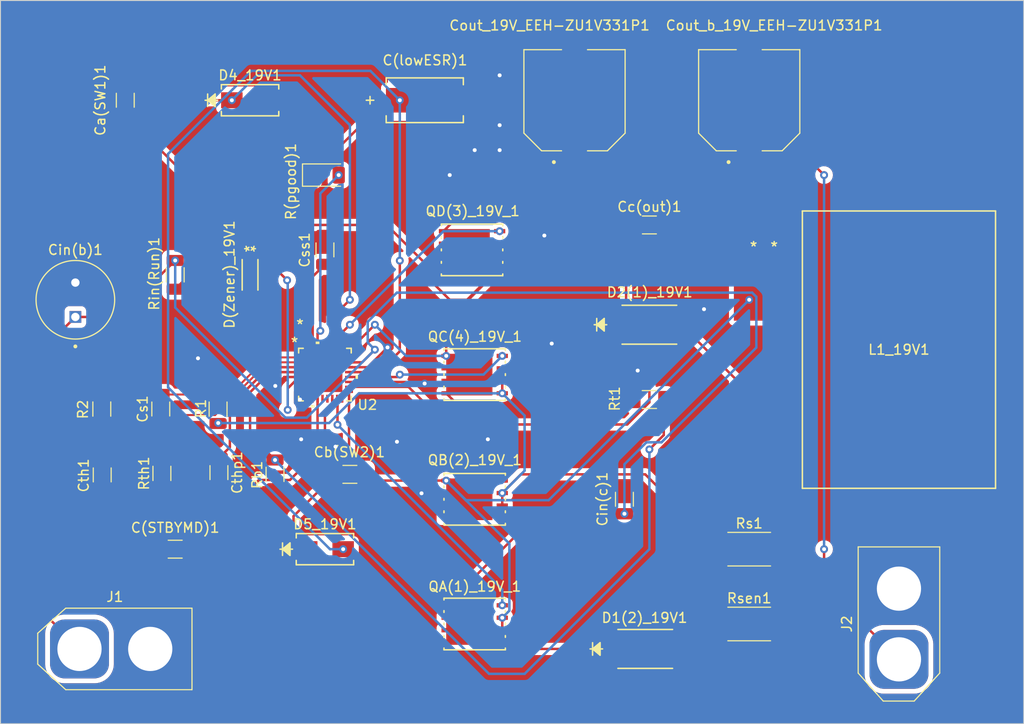
<source format=kicad_pcb>
(kicad_pcb (version 20221018) (generator pcbnew)
  (layers (0 "F.Cu" signal) (31 "B.Cu" signal) (34 "B.Paste" user) (35 "F.Paste" user) (36 "B.SilkS" user "B.Silkscreen") (37 "F.SilkS" user "F.Silkscreen") (38 "B.Mask" user) (39 "F.Mask" user) (44 "Edge.Cuts" user))
  (net 0 "")
  (net 1 "/INTVCC")
  (net 2 "GND")
  (net 3 "/STBYMD")
  (net 4 "/BOOST1")
  (net 5 "/SW1")
  (net 6 "/BOOST2")
  (net 7 "/Vout")
  (net 8 "/Vin")
  (net 9 "/SENSE-")
  (net 10 "/SENSE+")
  (net 11 "/SS")
  (net 12 "Net-(Cth1-Pad1)")
  (net 13 "/ITH")
  (net 14 "/Run")
  (net 15 "/Rsense")
  (net 16 "/TG2")
  (net 17 "/BG2")
  (net 18 "/BG1")
  (net 19 "/TG1")
  (net 20 "/PGOOD")
  (net 21 "/VOSENSE")
  (net 32 "/SW2")
  (footprint "Mechatronic Footprints:CR_SMA_320-340AE_DIO" (layer "F.Cu") (at 114.3 45.72)
    (fp_text reference "D4_19V1" (at 0 -2.54 unlocked) (layer "F.SilkS"))
    (fp_text value "D_Schottky_B340AE-13")
    (pad "1" smd rect (at -1.8542 0 90) (size 1.6256 2.1844) (layers "F.Cu" "F.Paste" "F.Mask") (net 4 "/BOOST1"))
    (pad "2" smd rect (at 1.8542 0 90) (size 1.6256 2.1844) (layers "F.Cu" "F.Paste" "F.Mask") (net 1 "/INTVCC"))
    (zone (net 0) (net_name "") (layer "F.Cu") (connect_pads (clearance 0)) (min_thickness 0.254)
      (keepout (tracks not_allowed) (vias not_allowed) (pads allowed) (copperpour not_allowed) (footprints allowed))
      (fill (thermal_gap 0.508) (thermal_bridge_width 0.508))
      (polygon (pts (xy 111.5568 44.3103) (xy 117.0432 44.3103) (xy 117.0432 44.8564) (xy 111.5568 44.8564)))
    )
    (zone (net 0) (net_name "") (layer "F.Cu") (connect_pads (clearance 0)) (min_thickness 0.254)
      (keepout (tracks not_allowed) (vias not_allowed) (pads allowed) (copperpour not_allowed) (footprints allowed))
      (fill (thermal_gap 0.508) (thermal_bridge_width 0.508))
      (polygon (pts (xy 111.5568 46.5836) (xy 117.0432 46.5836) (xy 117.0432 47.1297) (xy 111.5568 47.1297)))
    )
    (zone (net 0) (net_name "") (layer "F.Cu") (connect_pads (clearance 0)) (min_thickness 0.254)
      (keepout (tracks not_allowed) (vias not_allowed) (pads allowed) (copperpour not_allowed) (footprints allowed))
      (fill (thermal_gap 0.508) (thermal_bridge_width 0.508))
      (polygon (pts (xy 113.5888 44.8564) (xy 115.0112 44.8564) (xy 115.0112 46.5836) (xy 113.5888 46.5836)))
    )
  )
  (footprint "Resistor_SMD:R_1206_3216Metric" (layer "F.Cu") (at 116.84 83.82 -90)
    (fp_text reference "Rb1" (at 0.055012 1.813838 90) (layer "F.SilkS"))
    (fp_text value "4.3K")
    (pad "1" smd roundrect (at -1.4625 0 270) (size 1.125 1.75) (layers "F.Cu" "F.Paste" "F.Mask") (roundrect_rratio 0.2222222222) (net 21 "/VOSENSE"))
    (pad "2" smd roundrect (at 1.4625 0 270) (size 1.125 1.75) (layers "F.Cu" "F.Paste" "F.Mask") (roundrect_rratio 0.2222222222) (net 2 "GND"))
  )
  (footprint "CAP EEHZU1V331P:CAP_EEHZU1V331P" (layer "F.Cu") (at 147.32 45.72 90)
    (fp_text reference "Cout_19V_EEH-ZU1V331P1" (at 7.62 -2.54 180) (layer "F.SilkS"))
    (fp_text value "330u")
    (pad "1" smd rect (at -4.35 0 90) (size 4.1 2) (layers "F.Cu" "F.Paste" "F.Mask") (net 7 "/Vout"))
    (pad "2" smd rect (at 4.35 0 90) (size 4.1 2) (layers "F.Cu" "F.Paste" "F.Mask") (net 2 "GND"))
  )
  (footprint "LED_SMD:LED_1206_3216Metric" (layer "F.Cu") (at 121.92 53.34)
    (fp_text reference "R(pgood)1" (at -3.458553 0.656811 90) (layer "F.SilkS"))
    (fp_text value "100k")
    (pad "1" smd roundrect (at -1.4 0) (size 1.25 1.75) (layers "F.Cu" "F.Paste" "F.Mask") (roundrect_rratio 0.2) (net 1 "/INTVCC"))
    (pad "2" smd roundrect (at 1.4 0) (size 1.25 1.75) (layers "F.Cu" "F.Paste" "F.Mask") (roundrect_rratio 0.2) (net 20 "/PGOOD"))
  )
  (footprint "Capacitor_SMD:C_1206_3216Metric" (layer "F.Cu") (at 99.253339 83.87658 90)
    (fp_text reference "Cth1" (at -0.055358 -1.886335 90) (layer "F.SilkS"))
    (fp_text value "10000p")
    (pad "1" smd roundrect (at -1.475 0 90) (size 1.15 1.8) (layers "F.Cu" "F.Paste" "F.Mask") (roundrect_rratio 0.2173913043) (net 12 "Net-(Cth1-Pad1)"))
    (pad "2" smd roundrect (at 1.475 0 90) (size 1.15 1.8) (layers "F.Cu" "F.Paste" "F.Mask") (roundrect_rratio 0.2173913043) (net 2 "GND"))
  )
  (footprint "Resistor_SMD:R_1206_3216Metric" (layer "F.Cu") (at 105.326697 83.722546 90)
    (fp_text reference "Rth1" (at 0 -1.82 90) (layer "F.SilkS"))
    (fp_text value "124K")
    (pad "1" smd roundrect (at -1.4625 0 90) (size 1.125 1.75) (layers "F.Cu" "F.Paste" "F.Mask") (roundrect_rratio 0.2222222222) (net 12 "Net-(Cth1-Pad1)"))
    (pad "2" smd roundrect (at 1.4625 0 90) (size 1.125 1.75) (layers "F.Cu" "F.Paste" "F.Mask") (roundrect_rratio 0.2222222222) (net 13 "/ITH"))
  )
  (footprint "Mechatronic Footprints:CR_SMA_320-340AE_DIO" (layer "F.Cu") (at 121.92 91.44)
    (fp_text reference "D5_19V1" (at 0 -2.54 unlocked) (layer "F.SilkS"))
    (fp_text value "D_Schottky_B340AE-13")
    (pad "1" smd rect (at -1.8542 0 90) (size 1.6256 2.1844) (layers "F.Cu" "F.Paste" "F.Mask") (net 6 "/BOOST2"))
    (pad "2" smd rect (at 1.8542 0 90) (size 1.6256 2.1844) (layers "F.Cu" "F.Paste" "F.Mask") (net 1 "/INTVCC"))
    (zone (net 0) (net_name "") (layer "F.Cu") (connect_pads (clearance 0)) (min_thickness 0.254)
      (keepout (tracks not_allowed) (vias not_allowed) (pads allowed) (copperpour not_allowed) (footprints allowed))
      (fill (thermal_gap 0.508) (thermal_bridge_width 0.508))
      (polygon (pts (xy 119.1768 90.0303) (xy 124.6632 90.0303) (xy 124.6632 90.5764) (xy 119.1768 90.5764)))
    )
    (zone (net 0) (net_name "") (layer "F.Cu") (connect_pads (clearance 0)) (min_thickness 0.254)
      (keepout (tracks not_allowed) (vias not_allowed) (pads allowed) (copperpour not_allowed) (footprints allowed))
      (fill (thermal_gap 0.508) (thermal_bridge_width 0.508))
      (polygon (pts (xy 119.1768 92.3036) (xy 124.6632 92.3036) (xy 124.6632 92.8497) (xy 119.1768 92.8497)))
    )
    (zone (net 0) (net_name "") (layer "F.Cu") (connect_pads (clearance 0)) (min_thickness 0.254)
      (keepout (tracks not_allowed) (vias not_allowed) (pads allowed) (copperpour not_allowed) (footprints allowed))
      (fill (thermal_gap 0.508) (thermal_bridge_width 0.508))
      (polygon (pts (xy 121.2088 90.5764) (xy 122.6312 90.5764) (xy 122.6312 92.3036) (xy 121.2088 92.3036)))
    )
  )
  (footprint "Mechatronic Footprints:IND_410680_WRE" (layer "F.Cu") (at 180.34 71.12)
    (fp_text reference "L1_19V1" (at 0 0 unlocked) (layer "F.SilkS"))
    (fp_text value "6.8u Wurth 74436410680")
    (fp_text user "*" (at -12.7 -10.4598 unlocked) (layer "F.SilkS"))
    (fp_text user "*" (at -14.7955 -10.4598) (layer "F.SilkS"))
    (pad "1" smd rect (at -14.5415 -5.074999) (size 4.5212 4.2418) (layers "F.Cu" "F.Paste" "F.Mask") (net 32 "/SW2"))
    (pad "2" smd rect (at -14.5415 5.074999) (size 4.5212 4.2418) (layers "F.Cu" "F.Paste" "F.Mask") (net 5 "/SW1"))
  )
  (footprint "Resistor_SMD:R_1206_3216Metric" (layer "F.Cu") (at 111.04484 77.179218 90)
    (fp_text reference "R1" (at 0.05658 -1.742322 90) (layer "F.SilkS"))
    (fp_text value "100")
    (pad "1" smd roundrect (at -1.4625 0 90) (size 1.125 1.75) (layers "F.Cu" "F.Paste" "F.Mask") (roundrect_rratio 0.2222222222) (net 15 "/Rsense"))
    (pad "2" smd roundrect (at 1.4625 0 90) (size 1.125 1.75) (layers "F.Cu" "F.Paste" "F.Mask") (roundrect_rratio 0.2222222222) (net 10 "/SENSE+"))
  )
  (footprint "Mechatronic Footprints:PG-TDSON-8_INF_modified_ken" (layer "F.Cu") (at 137.16 73.66 180)
    (fp_text reference "QC(4)_19V_1" (at -0.019675 3.860355 unlocked) (layer "F.SilkS"))
    (fp_text value "BSC009NE2LS5IATMA1")
    (pad "1" smd rect (at -2.8067 -1.905 180) (size 1.143 0.4318) (layers "F.Cu" "F.Paste" "F.Mask") (net 15 "/Rsense"))
    (pad "2" smd rect (at -2.8067 -0.635 180) (size 1.143 0.4318) (layers "F.Cu" "F.Paste" "F.Mask") (net 15 "/Rsense"))
    (pad "3" smd rect (at -2.8067 0.635 180) (size 1.143 0.4318) (layers "F.Cu" "F.Paste" "F.Mask") (net 15 "/Rsense"))
    (pad "4" smd rect (at -2.8067 1.905 180) (size 1.143 0.4318) (layers "F.Cu" "F.Paste" "F.Mask") (net 18 "/BG1"))
    (pad "5" smd rect (at 2.8956 1.905 180) (size 0.9652 0.4318) (layers "F.Cu" "F.Paste" "F.Mask") (net 5 "/SW1"))
    (pad "6" smd rect (at 2.8956 0.635 180) (size 0.9652 0.4318) (layers "F.Cu" "F.Paste" "F.Mask") (net 5 "/SW1"))
    (pad "7" smd rect (at 2.8956 -0.635 180) (size 0.9652 0.4318) (layers "F.Cu" "F.Paste" "F.Mask") (net 5 "/SW1"))
    (pad "8" smd rect (at 0.5453 0 180) (size 4.7006 4.2418) (layers "F.Cu" "F.Paste" "F.Mask") (net 5 "/SW1"))
    (pad "8" smd rect (at 2.8956 -1.905 180) (size 0.9652 0.4318) (layers "F.Cu" "F.Paste" "F.Mask") (net 5 "/SW1"))
  )
  (footprint "Capacitor_SMD:C_1206_3216Metric" (layer "F.Cu") (at 101.6 45.72 -90)
    (fp_text reference "Ca(SW1)1" (at 0 2.54 90) (layer "F.SilkS"))
    (fp_text value "0.22u")
    (pad "1" smd roundrect (at -1.475 0 270) (size 1.15 1.8) (layers "F.Cu" "F.Paste" "F.Mask") (roundrect_rratio 0.2173913043) (net 4 "/BOOST1"))
    (pad "2" smd roundrect (at 1.475 0 270) (size 1.15 1.8) (layers "F.Cu" "F.Paste" "F.Mask") (roundrect_rratio 0.2173913043) (net 5 "/SW1"))
  )
  (footprint "Mechatronic Footprints:PG-TDSON-8_INF_modified_ken" (layer "F.Cu") (at 137.16 99.06 180)
    (fp_text reference "QA(1)_19V_1" (at -0.007334 3.808951 unlocked) (layer "F.SilkS"))
    (fp_text value "BSC009NE2LS5IATMA1")
    (pad "1" smd rect (at -2.8067 -1.905 180) (size 1.143 0.4318) (layers "F.Cu" "F.Paste" "F.Mask") (net 32 "/SW2"))
    (pad "2" smd rect (at -2.8067 -0.635 180) (size 1.143 0.4318) (layers "F.Cu" "F.Paste" "F.Mask") (net 32 "/SW2"))
    (pad "3" smd rect (at -2.8067 0.635 180) (size 1.143 0.4318) (layers "F.Cu" "F.Paste" "F.Mask") (net 32 "/SW2"))
    (pad "4" smd rect (at -2.8067 1.905 180) (size 1.143 0.4318) (layers "F.Cu" "F.Paste" "F.Mask") (net 16 "/TG2"))
    (pad "5" smd rect (at 2.8956 1.905 180) (size 0.9652 0.4318) (layers "F.Cu" "F.Paste" "F.Mask") (net 8 "/Vin"))
    (pad "6" smd rect (at 2.8956 0.635 180) (size 0.9652 0.4318) (layers "F.Cu" "F.Paste" "F.Mask") (net 8 "/Vin"))
    (pad "7" smd rect (at 2.8956 -0.635 180) (size 0.9652 0.4318) (layers "F.Cu" "F.Paste" "F.Mask") (net 8 "/Vin"))
    (pad "8" smd rect (at 0.5453 0 180) (size 4.7006 4.2418) (layers "F.Cu" "F.Paste" "F.Mask") (net 8 "/Vin"))
    (pad "8" smd rect (at 2.8956 -1.905 180) (size 0.9652 0.4318) (layers "F.Cu" "F.Paste" "F.Mask") (net 8 "/Vin"))
  )
  (footprint "Capacitor_SMD:C_1206_3216Metric" (layer "F.Cu") (at 111.131291 83.642392 -90)
    (fp_text reference "Cthp1" (at 0 -1.85 90) (layer "F.SilkS"))
    (fp_text value "47p")
    (pad "1" smd roundrect (at -1.475 0 270) (size 1.15 1.8) (layers "F.Cu" "F.Paste" "F.Mask") (roundrect_rratio 0.2173913043) (net 13 "/ITH"))
    (pad "2" smd roundrect (at 1.475 0 270) (size 1.15 1.8) (layers "F.Cu" "F.Paste" "F.Mask") (roundrect_rratio 0.2173913043) (net 2 "GND"))
  )
  (footprint "footprints:SD2114_AVX" (layer "F.Cu") (at 154.5175 101.6)
    (fp_text reference "D1(2)_19V1" (at -0.072611 -3.170277 unlocked) (layer "F.SilkS"))
    (fp_text value "SD2114S040S8R0")
    (pad "1" smd rect (at -2.36855 0) (size 1.9177 2.9972) (layers "F.Cu" "F.Paste" "F.Mask") (net 32 "/SW2"))
    (pad "2" smd rect (at 2.36855 0) (size 1.9177 2.9972) (layers "F.Cu" "F.Paste" "F.Mask") (net 15 "/Rsense"))
    (zone (net 0) (net_name "") (layer "F.Cu") (connect_pads (clearance 0)) (min_thickness 0.254)
      (keepout (tracks not_allowed) (vias not_allowed) (pads allowed) (copperpour not_allowed) (footprints allowed))
      (fill (thermal_gap 0.508) (thermal_bridge_width 0.508))
      (polygon (pts (xy 153.1586 99.7966) (xy 155.8764 99.7966) (xy 155.8764 103.4034) (xy 153.1586 103.4034)))
    )
  )
  (footprint "Resistor_SMD:R_2512_6332Metric" (layer "F.Cu") (at 165.1 99.06)
    (fp_text reference "Rsen1" (at 0 -2.62) (layer "F.SilkS"))
    (fp_text value "6m")
    (pad "1" smd roundrect (at -2.9625 0) (size 1.225 3.35) (layers "F.Cu" "F.Paste" "F.Mask") (roundrect_rratio 0.2040816327) (net 15 "/Rsense"))
    (pad "2" smd roundrect (at 2.9625 0) (size 1.225 3.35) (layers "F.Cu" "F.Paste" "F.Mask") (roundrect_rratio 0.2040816327) (net 2 "GND"))
  )
  (footprint "Resistor_SMD:R_1206_3216Metric" (layer "F.Cu") (at 106.68 63.5 -90)
    (fp_text reference "Rin(Run)1" (at -0.112015 2.132675 90) (layer "F.SilkS"))
    (fp_text value "51K")
    (pad "1" smd roundrect (at -1.4625 0 270) (size 1.125 1.75) (layers "F.Cu" "F.Paste" "F.Mask") (roundrect_rratio 0.2222222222) (net 8 "/Vin"))
    (pad "2" smd roundrect (at 1.4625 0 270) (size 1.125 1.75) (layers "F.Cu" "F.Paste" "F.Mask") (roundrect_rratio 0.2222222222) (net 14 "/Run"))
  )
  (footprint "Resistor_SMD:R_2512_6332Metric" (layer "F.Cu") (at 165.1 91.44)
    (fp_text reference "Rs1" (at 0 -2.62) (layer "F.SilkS"))
    (fp_text value "6m")
    (pad "1" smd roundrect (at -2.9625 0) (size 1.225 3.35) (layers "F.Cu" "F.Paste" "F.Mask") (roundrect_rratio 0.2040816327) (net 15 "/Rsense"))
    (pad "2" smd roundrect (at 2.9625 0) (size 1.225 3.35) (layers "F.Cu" "F.Paste" "F.Mask") (roundrect_rratio 0.2040816327) (net 2 "GND"))
  )
  (footprint "CAPMP7.6X4.3_3.1N_KEM:CAPMP7.6X4.3_3.1N_KEM" (layer "F.Cu") (at 132.08 45.72)
    (fp_text reference "C(lowESR)1" (at 0.02147 -4.066577 unlocked) (layer "F.SilkS"))
    (fp_text value "4.7u")
    (pad "1" smd rect (at -2.672194 0 90) (size 2.499995 2.560396) (layers "F.Cu" "F.Paste" "F.Mask") (net 1 "/INTVCC"))
    (pad "2" smd rect (at 2.672194 0 90) (size 2.499995 2.560396) (layers "F.Cu" "F.Paste" "F.Mask") (net 2 "GND"))
    (zone (net 0) (net_name "") (layer "F.Cu") (connect_pads (clearance 0)) (min_thickness 0.254)
      (keepout (tracks not_allowed) (vias not_allowed) (pads allowed) (copperpour not_allowed) (footprints allowed))
      (fill (thermal_gap 0.508) (thermal_bridge_width 0.508))
      (polygon (pts (xy 128.330808 43.620804) (xy 135.829192 43.620804) (xy 135.829192 44.419202) (xy 128.330808 44.419202)))
    )
    (zone (net 0) (net_name "") (layer "F.Cu") (connect_pads (clearance 0)) (min_thickness 0.254)
      (keepout (tracks not_allowed) (vias not_allowed) (pads allowed) (copperpour not_allowed) (footprints allowed))
      (fill (thermal_gap 0.508) (thermal_bridge_width 0.508))
      (polygon (pts (xy 128.330808 47.020798) (xy 135.829192 47.020798) (xy 135.829192 47.819196) (xy 128.330808 47.819196)))
    )
    (zone (net 0) (net_name "") (layer "F.Cu") (connect_pads (clearance 0)) (min_thickness 0.254)
      (keepout (tracks not_allowed) (vias not_allowed) (pads allowed) (copperpour not_allowed) (footprints allowed))
      (fill (thermal_gap 0.508) (thermal_bridge_width 0.508))
      (polygon (pts (xy 130.438804 44.419202) (xy 133.721196 44.419202) (xy 133.721196 47.020798) (xy 130.438804 47.020798)))
    )
  )
  (footprint "footprints:SD2114_AVX" (layer "F.Cu") (at 154.94 68.58)
    (fp_text reference "D2(1)_19V1" (at 0.034165 -3.302307 unlocked) (layer "F.SilkS"))
    (fp_text value "SD2114S040S8R0")
    (pad "1" smd rect (at -2.36855 0) (size 1.9177 2.9972) (layers "F.Cu" "F.Paste" "F.Mask") (net 7 "/Vout"))
    (pad "2" smd rect (at 2.36855 0) (size 1.9177 2.9972) (layers "F.Cu" "F.Paste" "F.Mask") (net 5 "/SW1"))
    (zone (net 0) (net_name "") (layer "F.Cu") (connect_pads (clearance 0)) (min_thickness 0.254)
      (keepout (tracks not_allowed) (vias not_allowed) (pads allowed) (copperpour not_allowed) (footprints allowed))
      (fill (thermal_gap 0.508) (thermal_bridge_width 0.508))
      (polygon (pts (xy 153.5811 66.7766) (xy 156.2989 66.7766) (xy 156.2989 70.3834) (xy 153.5811 70.3834)))
    )
  )
  (footprint "Mechatronic Footprints:QFN-32_UH_LIT" (layer "F.Cu") (at 121.92 73.66)
    (fp_text reference "U2" (at 4.322737 3.074614 unlocked) (layer "F.SilkS"))
    (fp_text value "LTC3780EUH-TRPBF")
    (fp_text user "*" (at -3.096678 -3.252819) (layer "F.SilkS"))
    (fp_text user "*" (at -2.54 -5.08 unlocked) (layer "F.SilkS"))
    (pad "1" smd rect (at -2.4524 -1.749999 90) (size 0.2492 0.8048) (layers "F.Cu" "F.Paste" "F.Mask") (net 10 "/SENSE+"))
    (pad "2" smd rect (at -2.4524 -1.25 90) (size 0.2492 0.8048) (layers "F.Cu" "F.Paste" "F.Mask") (net 9 "/SENSE-"))
    (pad "3" smd rect (at -2.4524 -0.750001 90) (size 0.2492 0.8048) (layers "F.Cu" "F.Paste" "F.Mask") (net 13 "/ITH"))
    (pad "4" smd rect (at -2.4524 -0.25 90) (size 0.2492 0.8048) (layers "F.Cu" "F.Paste" "F.Mask") (net 21 "/VOSENSE"))
    (pad "5" smd rect (at -2.4524 0.25 90) (size 0.2492 0.8048) (layers "F.Cu" "F.Paste" "F.Mask") (net 2 "GND"))
    (pad "6" smd rect (at -2.4524 0.750001 90) (size 0.2492 0.8048) (layers "F.Cu" "F.Paste" "F.Mask") (net 14 "/Run"))
    (pad "7" smd rect (at -2.4524 1.25 90) (size 0.2492 0.8048) (layers "F.Cu" "F.Paste" "F.Mask") (net 2 "GND"))
    (pad "8" smd rect (at -2.4524 1.749999 90) (size 0.2492 0.8048) (layers "F.Cu" "F.Paste" "F.Mask") (net 2 "GND"))
    (pad "9" smd rect (at -1.749999 2.4524) (size 0.2492 0.8048) (layers "F.Cu" "F.Paste" "F.Mask"))
    (pad "10" smd rect (at -1.25 2.4524) (size 0.2492 0.8048) (layers "F.Cu" "F.Paste" "F.Mask"))
    (pad "11" smd rect (at -0.750001 2.4524) (size 0.2492 0.8048) (layers "F.Cu" "F.Paste" "F.Mask") (net 3 "/STBYMD"))
    (pad "12" smd rect (at -0.25 2.4524) (size 0.2492 0.8048) (layers "F.Cu" "F.Paste" "F.Mask"))
    (pad "13" smd rect (at 0.25 2.4524) (size 0.2492 0.8048) (layers "F.Cu" "F.Paste" "F.Mask"))
    (pad "14" smd rect (at 0.750001 2.4524) (size 0.2492 0.8048) (layers "F.Cu" "F.Paste" "F.Mask") (net 6 "/BOOST2"))
    (pad "15" smd rect (at 1.25 2.4524) (size 0.2492 0.8048) (layers "F.Cu" "F.Paste" "F.Mask") (net 16 "/TG2"))
    (pad "16" smd rect (at 1.749999 2.4524) (size 0.2492 0.8048) (layers "F.Cu" "F.Paste" "F.Mask"))
    (pad "17" smd rect (at 2.4524 1.749999 90) (size 0.2492 0.8048) (layers "F.Cu" "F.Paste" "F.Mask") (net 32 "/SW2"))
    (pad "18" smd rect (at 2.4524 1.25 90) (size 0.2492 0.8048) (layers "F.Cu" "F.Paste" "F.Mask") (net 17 "/BG2"))
    (pad "19" smd rect (at 2.4524 0.750001 90) (size 0.2492 0.8048) (layers "F.Cu" "F.Paste" "F.Mask") (net 2 "GND"))
    (pad "20" smd rect (at 2.4524 0.25 90) (size 0.2492 0.8048) (layers "F.Cu" "F.Paste" "F.Mask") (net 18 "/BG1"))
    (pad "21" smd rect (at 2.4524 -0.25 90) (size 0.2492 0.8048) (layers "F.Cu" "F.Paste" "F.Mask") (net 1 "/INTVCC"))
    (pad "22" smd rect (at 2.4524 -0.750001 90) (size 0.2492 0.8048) (layers "F.Cu" "F.Paste" "F.Mask") (net 2 "GND"))
    (pad "23" smd rect (at 2.4524 -1.25 90) (size 0.2492 0.8048) (layers "F.Cu" "F.Paste" "F.Mask") (net 8 "/Vin"))
    (pad "24" smd rect (at 2.4524 -1.749999 90) (size 0.2492 0.8048) (layers "F.Cu" "F.Paste" "F.Mask") (net 5 "/SW1"))
    (pad "25" smd rect (at 1.749999 -2.4524) (size 0.2492 0.8048) (layers "F.Cu" "F.Paste" "F.Mask"))
    (pad "26" smd rect (at 1.25 -2.4524) (size 0.2492 0.8048) (layers "F.Cu" "F.Paste" "F.Mask") (net 19 "/TG1"))
    (pad "27" smd rect (at 0.750001 -2.4524) (size 0.2492 0.8048) (layers "F.Cu" "F.Paste" "F.Mask") (net 4 "/BOOST1"))
    (pad "28" smd rect (at 0.25 -2.4524) (size 0.2492 0.8048) (layers "F.Cu" "F.Paste" "F.Mask"))
    (pad "29" smd rect (at -0.25 -2.4524) (size 0.2492 0.8048) (layers "F.Cu" "F.Paste" "F.Mask"))
    (pad "30" smd rect (at -0.750001 -2.4524) (size 0.2492 0.8048) (layers "F.Cu" "F.Paste" "F.Mask") (net 20 "/PGOOD"))
    (pad "31" smd rect (at -1.25 -2.4524) (size 0.2492 0.8048) (layers "F.Cu" "F.Paste" "F.Mask") (net 11 "/SS"))
    (pad "32" smd rect (at -1.749999 -2.4524) (size 0.2492 0.8048) (layers "F.Cu" "F.Paste" "F.Mask"))
    (pad "33" smd rect (at 0 0) (size 3.55 3.55) (layers "F.Cu" "F.Mask"))
  )
  (footprint "Mechatronic Footprints:LargeCAPSCAPPRD350W60D800H1200" (layer "F.Cu") (at 96.52 66.04 90)
    (fp_text reference "Cin(b)1" (at 5.08 0 180) (layer "F.SilkS"))
    (fp_text value "270u")
    (pad "1" thru_hole rect (at -1.75 0 90) (size 1.2 1.2) (drill 0.85) (layers "*.Cu" "*.Mask") (net 8 "/Vin"))
    (pad "2" thru_hole circle (at 1.75 0 90) (size 1.2 1.2) (drill 0.85) (layers "*.Cu" "*.Mask") (net 2 "GND"))
  )
  (footprint "Resistor_SMD:R_1206_3216Metric" (layer "F.Cu") (at 154.94 76.2)
    (fp_text reference "Rt1" (at -3.518548 -0.077727 90) (layer "F.SilkS"))
    (fp_text value "100K")
    (pad "1" smd roundrect (at -1.4625 0) (size 1.125 1.75) (layers "F.Cu" "F.Paste" "F.Mask") (roundrect_rratio 0.2222222222) (net 7 "/Vout"))
    (pad "2" smd roundrect (at 1.4625 0) (size 1.125 1.75) (layers "F.Cu" "F.Paste" "F.Mask") (roundrect_rratio 0.2222222222) (net 21 "/VOSENSE"))
  )
  (footprint "CAP EEHZU1V331P:CAP_EEHZU1V331P" (layer "F.Cu") (at 165.1 45.72 90)
    (fp_text reference "Cout_b_19V_EEH-ZU1V331P1" (at 7.62 2.54 180) (layer "F.SilkS"))
    (fp_text value "330u")
    (pad "1" smd rect (at -4.35 0 90) (size 4.1 2) (layers "F.Cu" "F.Paste" "F.Mask") (net 7 "/Vout"))
    (pad "2" smd rect (at 4.35 0 90) (size 4.1 2) (layers "F.Cu" "F.Paste" "F.Mask") (net 2 "GND"))
  )
  (footprint "Mechatronic Footprints:AMASS_XT60-F_1x02_P7.20mm_Vertical" (layer "F.Cu") (at 180.34 102.66 90)
    (fp_text reference "J2" (at 3.6 -5.3 90) (layer "F.SilkS"))
    (fp_text value "Conn_01x02_Socket")
    (pad "1" thru_hole roundrect (at 0 0 90) (size 6 6) (drill 4.5) (layers "*.Cu" "*.Mask") (net 7 "/Vout"))
    (pad "2" thru_hole circle (at 7.2 0 90) (size 6 6) (drill 4.5) (layers "*.Cu" "*.Mask") (net 2 "GND"))
  )
  (footprint "Capacitor_SMD:C_1206_3216Metric" (layer "F.Cu") (at 121.92 60.96 -90)
    (fp_text reference "Css1" (at 0.006788 2.064788 90) (layer "F.SilkS"))
    (fp_text value "0.001u")
    (pad "1" smd roundrect (at -1.475 0 270) (size 1.15 1.8) (layers "F.Cu" "F.Paste" "F.Mask") (roundrect_rratio 0.2173913043) (net 2 "GND"))
    (pad "2" smd roundrect (at 1.475 0 270) (size 1.15 1.8) (layers "F.Cu" "F.Paste" "F.Mask") (roundrect_rratio 0.2173913043) (net 11 "/SS"))
  )
  (footprint "Mechatronic Footprints:PG-TDSON-8_INF_modified_ken" (layer "F.Cu") (at 137.16 86.36 180)
    (fp_text reference "QB(2)_19V_1" (at -0.016503 3.992325 unlocked) (layer "F.SilkS"))
    (fp_text value "BSC009NE2LS5IATMA1")
    (pad "1" smd rect (at -2.8067 -1.905 180) (size 1.143 0.4318) (layers "F.Cu" "F.Paste" "F.Mask") (net 15 "/Rsense"))
    (pad "2" smd rect (at -2.8067 -0.635 180) (size 1.143 0.4318) (layers "F.Cu" "F.Paste" "F.Mask") (net 15 "/Rsense"))
    (pad "3" smd rect (at -2.8067 0.635 180) (size 1.143 0.4318) (layers "F.Cu" "F.Paste" "F.Mask") (net 15 "/Rsense"))
    (pad "4" smd rect (at -2.8067 1.905 180) (size 1.143 0.4318) (layers "F.Cu" "F.Paste" "F.Mask") (net 17 "/BG2"))
    (pad "5" smd rect (at 2.8956 1.905 180) (size 0.9652 0.4318) (layers "F.Cu" "F.Paste" "F.Mask") (net 32 "/SW2"))
    (pad "6" smd rect (at 2.8956 0.635 180) (size 0.9652 0.4318) (layers "F.Cu" "F.Paste" "F.Mask") (net 32 "/SW2"))
    (pad "7" smd rect (at 2.8956 -0.635 180) (size 0.9652 0.4318) (layers "F.Cu" "F.Paste" "F.Mask") (net 32 "/SW2"))
    (pad "8" smd rect (at 0.5453 0 180) (size 4.7006 4.2418) (layers "F.Cu" "F.Paste" "F.Mask") (net 32 "/SW2"))
    (pad "8" smd rect (at 2.8956 -1.905 180) (size 0.9652 0.4318) (layers "F.Cu" "F.Paste" "F.Mask") (net 32 "/SW2"))
  )
  (footprint "Capacitor_SMD:C_1206_3216Metric" (layer "F.Cu") (at 105.213005 77.163651 90)
    (fp_text reference "Cs1" (at 0 -1.85 90) (layer "F.SilkS"))
    (fp_text value "100p")
    (pad "1" smd roundrect (at -1.475 0 90) (size 1.15 1.8) (layers "F.Cu" "F.Paste" "F.Mask") (roundrect_rratio 0.2173913043) (net 9 "/SENSE-"))
    (pad "2" smd roundrect (at 1.475 0 90) (size 1.15 1.8) (layers "F.Cu" "F.Paste" "F.Mask") (roundrect_rratio 0.2173913043) (net 10 "/SENSE+"))
  )
  (footprint "Capacitor_SMD:C_1206_3216Metric" (layer "F.Cu") (at 152.4 86.36 90)
    (fp_text reference "Cin(c)1" (at 0.022004 -2.239267 90) (layer "F.SilkS"))
    (fp_text value "10u")
    (pad "1" smd roundrect (at -1.475 0 90) (size 1.15 1.8) (layers "F.Cu" "F.Paste" "F.Mask") (roundrect_rratio 0.2173913043) (net 8 "/Vin"))
    (pad "2" smd roundrect (at 1.475 0 90) (size 1.15 1.8) (layers "F.Cu" "F.Paste" "F.Mask") (roundrect_rratio 0.2173913043) (net 2 "GND"))
  )
  (footprint "Mechatronic Footprints:AMASS_XT60-M_1x02_P7.20mm_Vertical" (layer "F.Cu") (at 96.94 101.6)
    (fp_text reference "J1" (at 3.6 -5.3 180) (layer "F.SilkS"))
    (fp_text value "Conn_01x02_Socket")
    (pad "1" thru_hole roundrect (at 0 0) (size 6 6) (drill 4.5) (layers "*.Cu" "*.Mask") (net 8 "/Vin"))
    (pad "2" thru_hole circle (at 7.2 0) (size 6 6) (drill 4.5) (layers "*.Cu" "*.Mask") (net 2 "GND"))
  )
  (footprint "Resistor_SMD:R_1206_3216Metric" (layer "F.Cu") (at 99.210897 77.168216 90)
    (fp_text reference "R2" (at -0.04401 -1.920701 90) (layer "F.SilkS"))
    (fp_text value "100")
    (pad "1" smd roundrect (at -1.4625 0 90) (size 1.125 1.75) (layers "F.Cu" "F.Paste" "F.Mask") (roundrect_rratio 0.2222222222) (net 9 "/SENSE-"))
    (pad "2" smd roundrect (at 1.4625 0 90) (size 1.125 1.75) (layers "F.Cu" "F.Paste" "F.Mask") (roundrect_rratio 0.2222222222) (net 2 "GND"))
  )
  (footprint "Mechatronic Footprints:PG-TDSON-8_INF_modified_ken" (layer "F.Cu") (at 136.8933 60.96 180)
    (fp_text reference "QD(3)_19V_1" (at -0.064044 3.945272 unlocked) (layer "F.SilkS"))
    (fp_text value "BSC009NE2LS5IATMA1")
    (pad "1" smd rect (at -2.8067 -1.905 180) (size 1.143 0.4318) (layers "F.Cu" "F.Paste" "F.Mask") (net 5 "/SW1"))
    (pad "2" smd rect (at -2.8067 -0.635 180) (size 1.143 0.4318) (layers "F.Cu" "F.Paste" "F.Mask") (net 5 "/SW1"))
    (pad "3" smd rect (at -2.8067 0.635 180) (size 1.143 0.4318) (layers "F.Cu" "F.Paste" "F.Mask") (net 5 "/SW1"))
    (pad "4" smd rect (at -2.8067 1.905 180) (size 1.143 0.4318) (layers "F.Cu" "F.Paste" "F.Mask") (net 19 "/TG1"))
    (pad "5" smd rect (at 2.8956 1.905 180) (size 0.9652 0.4318) (layers "F.Cu" "F.Paste" "F.Mask") (net 7 "/Vout"))
    (pad "6" smd rect (at 2.8956 0.635 180) (size 0.9652 0.4318) (layers "F.Cu" "F.Paste" "F.Mask") (net 7 "/Vout"))
    (pad "7" smd rect (at 2.8956 -0.635 180) (size 0.9652 0.4318) (layers "F.Cu" "F.Paste" "F.Mask") (net 7 "/Vout"))
    (pad "8" smd rect (at 0.5453 0 180) (size 4.7006 4.2418) (layers "F.Cu" "F.Paste" "F.Mask") (net 7 "/Vout"))
    (pad "8" smd rect (at 2.8956 -1.905 180) (size 0.9652 0.4318) (layers "F.Cu" "F.Paste" "F.Mask") (net 7 "/Vout"))
  )
  (footprint "Capacitor_SMD:C_1206_3216Metric" (layer "F.Cu") (at 124.46 83.82 180)
    (fp_text reference "Cb(SW2)1" (at 0.045825 2.256254) (layer "F.SilkS"))
    (fp_text value "0.22u")
    (pad "1" smd roundrect (at -1.475 0 180) (size 1.15 1.8) (layers "F.Cu" "F.Paste" "F.Mask") (roundrect_rratio 0.2173913043) (net 32 "/SW2"))
    (pad "2" smd roundrect (at 1.475 0 180) (size 1.15 1.8) (layers "F.Cu" "F.Paste" "F.Mask") (roundrect_rratio 0.2173913043) (net 6 "/BOOST2"))
  )
  (footprint "Capacitor_SMD:C_1206_3216Metric" (layer "F.Cu") (at 154.94 58.42)
    (fp_text reference "Cc(out)1" (at 0 -1.85) (layer "F.SilkS"))
    (fp_text value "47u")
    (pad "1" smd roundrect (at -1.475 0) (size 1.15 1.8) (layers "F.Cu" "F.Paste" "F.Mask") (roundrect_rratio 0.2173913043) (net 7 "/Vout"))
    (pad "2" smd roundrect (at 1.475 0) (size 1.15 1.8) (layers "F.Cu" "F.Paste" "F.Mask") (roundrect_rratio 0.2173913043) (net 2 "GND"))
  )
  (footprint "Capacitor_SMD:C_1206_3216Metric" (layer "F.Cu") (at 106.68 91.44 180)
    (fp_text reference "C(STBYMD)1" (at 0.001007 2.185979) (layer "F.SilkS"))
    (fp_text value "0.001u")
    (pad "1" smd roundrect (at -1.475 0 180) (size 1.15 1.8) (layers "F.Cu" "F.Paste" "F.Mask") (roundrect_rratio 0.2173913043) (net 3 "/STBYMD"))
    (pad "2" smd roundrect (at 1.475 0 180) (size 1.15 1.8) (layers "F.Cu" "F.Paste" "F.Mask") (roundrect_rratio 0.2173913043) (net 2 "GND"))
  )
  (footprint "Mechatronic Footprints:SOD123_DIO" (layer "F.Cu") (at 114.3 63.5 -90)
    (fp_text reference "D(Zener)_19V1" (at -0.034576 2.092833 90 unlocked) (layer "F.SilkS"))
    (fp_text value "D_Zener_BZT52C4V7-13-F")
    (fp_text user "*" (at -2.6616 0 90) (layer "F.SilkS"))
    (fp_text user "*" (at -2.6616 0 -90 unlocked) (layer "F.SilkS"))
    (pad "1" smd rect (at -1.725 0 270) (size 1.1112 0.6008) (layers "F.Cu" "F.Paste" "F.Mask") (net 14 "/Run"))
    (pad "2" smd rect (at 1.725 0 270) (size 1.1112 0.6008) (layers "F.Cu" "F.Paste" "F.Mask") (net 2 "GND"))
  )
  (gr_line (start 88.9 35.56) (end 88.9 109.22) (stroke (width 0.1)) (layer "Edge.Cuts"))
  (gr_line (start 193.04 35.56) (end 88.9 35.56) (stroke (width 0.1)) (layer "Edge.Cuts"))
  (gr_line (start 193.04 109.22) (end 193.04 35.56) (stroke (width 0.1)) (layer "Edge.Cuts"))
  (gr_line (start 88.9 109.22) (end 193.04 109.22) (stroke (width 0.1)) (layer "Edge.Cuts"))
  (segment (start 120.52 53.34) (end 128.14 45.72) (width 0.25) (layer "F.Cu") (net 1))
  (segment (start 127.4197 73.41) (end 124.3724 73.41) (width 0.25) (layer "F.Cu") (net 1))
  (segment (start 128.14 45.72) (end 129.407806 45.72) (width 0.25) (layer "F.Cu") (net 1))
  (segment (start 120.52 49.8064) (end 120.52 53.34) (width 0.25) (layer "F.Cu") (net 1))
  (segment (start 129.54 62.057085) (end 129.54 71.2897) (width 0.25) (layer "F.Cu") (net 1))
  (segment (start 116.1542 45.72) (end 116.4336 45.72) (width 0.25) (layer "F.Cu") (net 1))
  (segment (start 116.4336 45.72) (end 120.52 49.8064) (width 0.25) (layer "F.Cu") (net 1))
  (segment (start 129.54 71.2897) (end 127.4197 73.41) (width 0.25) (layer "F.Cu") (net 1))
  (via (at 123.7742 91.44) (size 0.8) (drill 0.4) (layers "F.Cu" "B.Cu") (net 1))
  (via (at 129.54 45.72) (size 0.8) (drill 0.4) (layers "F.Cu" "B.Cu") (net 1))
  (via (at 129.54 62.057085) (size 0.8) (drill 0.4) (layers "F.Cu" "B.Cu") (net 1))
  (segment (start 123.7742 91.44) (end 122.432 91.44) (width 0.25) (layer "B.Cu") (net 1))
  (segment (start 105.955 74.963) (end 105.955 51.185495) (width 0.25) (layer "B.Cu") (net 1))
  (segment (start 114.410495 42.73) (end 126.55 42.73) (width 0.25) (layer "B.Cu") (net 1))
  (segment (start 105.955 51.185495) (end 114.410495 42.73) (width 0.25) (layer "B.Cu") (net 1))
  (segment (start 126.55 42.73) (end 129.54 45.72) (width 0.25) (layer "B.Cu") (net 1))
  (segment (start 129.54 62.057085) (end 129.54 45.72) (width 0.25) (layer "B.Cu") (net 1))
  (segment (start 122.432 91.44) (end 105.955 74.963) (width 0.25) (layer "B.Cu") (net 1))
  (segment (start 119.4676 75.409999) (end 119.4676 76.1124) (width 0.25) (layer "F.Cu") (net 2))
  (segment (start 128.28798 70.892579) (end 126.27056 72.909999) (width 0.25) (layer "F.Cu") (net 2))
  (segment (start 126.27056 72.909999) (end 124.3724 72.909999) (width 0.25) (layer "F.Cu") (net 2))
  (segment (start 137.16 45.72) (end 139.7 43.18) (width 0.25) (layer "F.Cu") (net 2))
  (segment (start 131.906731 74.410001) (end 132.066422 74.569692) (width 0.25) (layer "F.Cu") (net 2))
  (segment (start 119.4676 73.91) (end 117.771242 73.91) (width 0.25) (layer "F.Cu") (net 2))
  (segment (start 119.4676 74.91) (end 119.4676 75.409999) (width 0.25) (layer "F.Cu") (net 2))
  (segment (start 119.4676 76.1124) (end 119.38 76.2) (width 0.25) (layer "F.Cu") (net 2))
  (segment (start 134.752194 45.72) (end 137.16 45.72) (width 0.25) (layer "F.Cu") (net 2))
  (segment (start 117.771242 73.91) (end 116.867155 74.814087) (width 0.25) (layer "F.Cu") (net 2))
  (segment (start 124.3724 74.410001) (end 131.906731 74.410001) (width 0.25) (layer "F.Cu") (net 2))
  (via (at 119.5 80.25) (size 0.8) (drill 0.4) (layers "F.Cu" "B.Cu") (net 2))
  (via (at 116.867155 74.814087) (size 0.8) (drill 0.4) (layers "F.Cu" "B.Cu") (net 2))
  (via (at 137.16 50.8) (size 0.8) (drill 0.4) (layers "F.Cu" "B.Cu") (net 2))
  (via (at 119.38 76.2) (size 0.8) (drill 0.4) (layers "F.Cu" "B.Cu") (net 2))
  (via (at 145 70.5) (size 0.8) (drill 0.4) (layers "F.Cu" "B.Cu") (net 2))
  (via (at 138.5 80.25) (size 0.8) (drill 0.4) (layers "F.Cu" "B.Cu") (net 2))
  (via (at 128.28798 70.892579) (size 0.8) (drill 0.4) (layers "F.Cu" "B.Cu") (net 2))
  (via (at 139.7 43.18) (size 0.8) (drill 0.4) (layers "F.Cu" "B.Cu") (net 2))
  (via (at 153.75 73.25) (size 0.8) (drill 0.4) (layers "F.Cu" "B.Cu") (net 2))
  (via (at 139.7 50.8) (size 0.8) (drill 0.4) (layers "F.Cu" "B.Cu") (net 2))
  (via (at 160.5 67) (size 0.8) (drill 0.4) (layers "F.Cu" "B.Cu") (net 2))
  (via (at 132.066422 74.569692) (size 0.8) (drill 0.4) (layers "F.Cu" "B.Cu") (net 2))
  (via (at 123 81) (size 0.8) (drill 0.4) (layers "F.Cu" "B.Cu") (net 2))
  (via (at 134.62 53.34) (size 0.8) (drill 0.4) (layers "F.Cu" "B.Cu") (net 2))
  (via (at 131.75 85.75) (size 0.8) (drill 0.4) (layers "F.Cu" "B.Cu") (net 2))
  (via (at 109 72) (size 0.8) (drill 0.4) (layers "F.Cu" "B.Cu") (net 2))
  (via (at 144.25 59.5) (size 0.8) (drill 0.4) (layers "F.Cu" "B.Cu") (net 2))
  (via (at 129.25 80.5) (size 0.8) (drill 0.4) (layers "F.Cu" "B.Cu") (net 2))
  (via (at 139.7 48.26) (size 0.8) (drill 0.4) (layers "F.Cu" "B.Cu") (net 2))
  (segment (start 118.355 84.395) (end 121.169999 81.580001) (width 0.25) (layer "F.Cu") (net 3))
  (segment (start 108.155 91.44) (end 115.2 84.395) (width 0.25) (layer "F.Cu") (net 3))
  (segment (start 115.2 84.395) (end 118.355 84.395) (width 0.25) (layer "F.Cu") (net 3))
  (segment (start 121.169999 81.580001) (end 121.169999 76.1124) (width 0.25) (layer "F.Cu") (net 3))
  (segment (start 122.670001 71.2076) (end 122.670001 67.829999) (width 0.25) (layer "F.Cu") (net 4))
  (segment (start 122.670001 67.829999) (end 124.46 66.04) (width 0.25) (layer "F.Cu") (net 4))
  (segment (start 112.4458 45.72) (end 103.075 45.72) (width 0.25) (layer "F.Cu") (net 4))
  (segment (start 103.075 45.72) (end 101.6 44.245) (width 0.25) (layer "F.Cu") (net 4))
  (via (at 124.46 66.04) (size 0.8) (drill 0.4) (layers "F.Cu" "B.Cu") (net 4))
  (via (at 112.4458 45.72) (size 0.8) (drill 0.4) (layers "F.Cu" "B.Cu") (net 4))
  (segment (start 124.46 66.04) (end 124.46 48.26) (width 0.25) (layer "B.Cu") (net 4))
  (segment (start 119.38 43.18) (end 114.9858 43.18) (width 0.25) (layer "B.Cu") (net 4))
  (segment (start 114.9858 43.18) (end 112.4458 45.72) (width 0.25) (layer "B.Cu") (net 4))
  (segment (start 124.46 48.26) (end 119.38 43.18) (width 0.25) (layer "B.Cu") (net 4))
  (segment (start 134.2644 71.755) (end 134.2644 68.3006) (width 0.25) (layer "F.Cu") (net 5))
  (segment (start 154.94 76.488173) (end 152.688173 78.74) (width 0.25) (layer "F.Cu") (net 5))
  (segment (start 136.3892 66.04) (end 134.62 66.04) (width 0.25) (layer "F.Cu") (net 5))
  (segment (start 112.825 58.42) (end 101.6 47.195) (width 0.25) (layer "F.Cu") (net 5))
  (segment (start 154.94 72.69715) (end 154.94 76.488173) (width 0.25) (layer "F.Cu") (net 5))
  (segment (start 127 68.58) (end 124.3724 71.2076) (width 0.25) (layer "F.Cu") (net 5))
  (segment (start 124.3724 71.2076) (end 124.3724 71.910001) (width 0.25) (layer "F.Cu") (net 5))
  (segment (start 132.08 63.5) (end 132.08 62.2958) (width 0.25) (layer "F.Cu") (net 5))
  (segment (start 157.30855 70.3286) (end 154.94 72.69715) (width 0.25) (layer "F.Cu") (net 5))
  (segment (start 134.62 66.04) (end 132.08 63.5) (width 0.25) (layer "F.Cu") (net 5))
  (segment (start 137.4394 78.74) (end 134.2644 75.565) (width 0.25) (layer "F.Cu") (net 5))
  (segment (start 134.2644 68.3006) (end 139.7 62.865) (width 0.25) (layer "F.Cu") (net 5))
  (segment (start 139.7 62.7292) (end 136.3892 66.04) (width 0.25) (layer "F.Cu") (net 5))
  (segment (start 158.183501 68.58) (end 157.30855 68.58) (width 0.25) (layer "F.Cu") (net 5))
  (segment (start 139.7 60.325) (end 139.7 62.7292) (width 0.25) (layer "F.Cu") (net 5))
  (segment (start 165.7985 76.194999) (end 158.183501 68.58) (width 0.25) (layer "F.Cu") (net 5))
  (segment (start 132.08 62.2958) (end 128.2042 58.42) (width 0.25) (layer "F.Cu") (net 5))
  (segment (start 157.30855 68.58) (end 157.30855 70.3286) (width 0.25) (layer "F.Cu") (net 5))
  (segment (start 128.2042 58.42) (end 112.825 58.42) (width 0.25) (layer "F.Cu") (net 5))
  (segment (start 152.688173 78.74) (end 137.4394 78.74) (width 0.25) (layer "F.Cu") (net 5))
  (via (at 134.2644 71.755) (size 0.8) (drill 0.4) (layers "F.Cu" "B.Cu") (net 5))
  (via (at 127 68.58) (size 0.8) (drill 0.4) (layers "F.Cu" "B.Cu") (net 5))
  (segment (start 134.2644 71.755) (end 130.175 71.755) (width 0.25) (layer "B.Cu") (net 5))
  (segment (start 130.175 71.755) (end 127 68.58) (width 0.25) (layer "B.Cu") (net 5))
  (segment (start 122.670001 76.789399) (end 121.92 77.5394) (width 0.25) (layer "F.Cu") (net 6))
  (segment (start 118.7236 88.0814) (end 122.985 83.82) (width 0.25) (layer "F.Cu") (net 6))
  (segment (start 118.7236 90.3772) (end 118.7236 88.0814) (width 0.25) (layer "F.Cu") (net 6))
  (segment (start 120.0658 91.44) (end 119.7864 91.44) (width 0.25) (layer "F.Cu") (net 6))
  (segment (start 121.92 77.5394) (end 121.92 82.755) (width 0.25) (layer "F.Cu") (net 6))
  (segment (start 121.92 82.755) (end 122.985 83.82) (width 0.25) (layer "F.Cu") (net 6))
  (segment (start 119.7864 91.44) (end 118.7236 90.3772) (width 0.25) (layer "F.Cu") (net 6))
  (segment (start 122.670001 76.1124) (end 122.670001 76.789399) (width 0.25) (layer "F.Cu") (net 6))
  (segment (start 169.45 50.07) (end 172.72 53.34) (width 0.25) (layer "F.Cu") (net 7))
  (segment (start 147.32 52.275) (end 153.465 58.42) (width 0.25) (layer "F.Cu") (net 7))
  (segment (start 152.57145 75.29395) (end 153.4775 76.2) (width 0.25) (layer "F.Cu") (net 7))
  (segment (start 152.57145 59.31355) (end 152.57145 68.58) (width 0.25) (layer "F.Cu") (net 7))
  (segment (start 165.1 50.07) (end 169.45 50.07) (width 0.25) (layer "F.Cu") (net 7))
  (segment (start 153.465 58.42) (end 152.57145 59.31355) (width 0.25) (layer "F.Cu") (net 7))
  (segment (start 133.9977 59.055) (end 133.9977 59.0423) (width 0.25) (layer "F.Cu") (net 7))
  (segment (start 137.16 55.88) (end 141.51 55.88) (width 0.25) (layer "F.Cu") (net 7))
  (segment (start 172.72 95.04) (end 172.72 91.44) (width 0.25) (layer "F.Cu") (net 7))
  (segment (start 141.51 55.88) (end 147.32 50.07) (width 0.25) (layer "F.Cu") (net 7))
  (segment (start 147.32 50.07) (end 147.32 52.275) (width 0.25) (layer "F.Cu") (net 7))
  (segment (start 161.815 50.07) (end 165.1 50.07) (width 0.25) (layer "F.Cu") (net 7))
  (segment (start 180.34 102.66) (end 172.72 95.04) (width 0.25) (layer "F.Cu") (net 7))
  (segment (start 152.57145 68.58) (end 152.57145 75.29395) (width 0.25) (layer "F.Cu") (net 7))
  (segment (start 153.465 58.42) (end 161.815 50.07) (width 0.25) (layer "F.Cu") (net 7))
  (segment (start 133.9977 59.0423) (end 137.16 55.88) (width 0.25) (layer "F.Cu") (net 7))
  (via (at 172.72 91.44) (size 0.8) (drill 0.4) (layers "F.Cu" "B.Cu") (net 7))
  (via (at 172.72 53.34) (size 0.8) (drill 0.4) (layers "F.Cu" "B.Cu") (net 7))
  (segment (start 172.72 91.44) (end 172.72 53.34) (width 0.25) (layer "B.Cu") (net 7))
  (segment (start 152.4 87.835) (end 143.5844 87.835) (width 0.25) (layer "F.Cu") (net 8))
  (segment (start 93.98 70.33) (end 96.52 67.79) (width 0.25) (layer "F.Cu") (net 8))
  (segment (start 124.3724 72.41) (end 125.71 72.41) (width 0.25) (layer "F.Cu") (net 8))
  (segment (start 93.98 98.64) (end 93.98 70.33) (width 0.25) (layer "F.Cu") (net 8))
  (segment (start 100.9275 67.79) (end 106.68 62.0375) (width 0.25) (layer "F.Cu") (net 8))
  (segment (start 143.5844 87.835) (end 134.2644 97.155) (width 0.25) (layer "F.Cu") (net 8))
  (segment (start 96.52 67.79) (end 100.9275 67.79) (width 0.25) (layer "F.Cu") (net 8))
  (segment (start 125.71 72.41) (end 127 71.12) (width 0.25) (layer "F.Cu") (net 8))
  (segment (start 96.94 101.6) (end 93.98 98.64) (width 0.25) (layer "F.Cu") (net 8))
  (via (at 152.4 87.835) (size 0.8) (drill 0.4) (layers "F.Cu" "B.Cu") (net 8))
  (via (at 127 71.12) (size 0.8) (drill 0.4) (layers "F.Cu" "B.Cu") (net 8))
  (via (at 106.68 62.0375) (size 0.8) (drill 0.4) (layers "F.Cu" "B.Cu") (net 8))
  (segment (start 106.68 62.0375) (end 106.68 66.828487) (width 0.25) (layer "B.Cu") (net 8))
  (segment (start 129.239695 65.315) (end 126.275 68.279695) (width 0.25) (layer "B.Cu") (net 8))
  (segment (start 126.275 70.395) (end 127 71.12) (width 0.25) (layer "B.Cu") (net 8))
  (segment (start 165.825 65.739695) (end 165.400305 65.315) (width 0.25) (layer "B.Cu") (net 8))
  (segment (start 152.4 87.835) (end 152.4 82.794695) (width 0.25) (layer "B.Cu") (net 8))
  (segment (start 156.177653 80.555) (end 165.825 70.907653) (width 0.25) (layer "B.Cu") (net 8))
  (segment (start 117.895852 78.044339) (end 120.075661 78.044339) (width 0.25) (layer "B.Cu") (net 8))
  (segment (start 106.68 66.828487) (end 117.895852 78.044339) (width 0.25) (layer "B.Cu") (net 8))
  (segment (start 120.075661 78.044339) (end 127 71.12) (width 0.25) (layer "B.Cu") (net 8))
  (segment (start 165.400305 65.315) (end 129.239695 65.315) (width 0.25) (layer "B.Cu") (net 8))
  (segment (start 152.4 82.794695) (end 154.639695 80.555) (width 0.25) (layer "B.Cu") (net 8))
  (segment (start 126.275 68.279695) (end 126.275 70.395) (width 0.25) (layer "B.Cu") (net 8))
  (segment (start 154.639695 80.555) (end 156.177653 80.555) (width 0.25) (layer "B.Cu") (net 8))
  (segment (start 165.825 70.907653) (end 165.825 65.739695) (width 0.25) (layer "B.Cu") (net 8))
  (segment (start 99.210897 78.630716) (end 105.20507 78.630716) (width 0.2) (layer "F.Cu") (net 9))
  (segment (start 106.072438 77.779218) (end 110.746468 77.779218) (width 0.2) (layer "F.Cu") (net 9))
  (segment (start 105.20507 78.630716) (end 105.213005 78.638651) (width 0.2) (layer "F.Cu") (net 9))
  (segment (start 116.115686 72.41) (end 119.4676 72.41) (width 0.2) (layer "F.Cu") (net 9))
  (segment (start 105.213005 78.638651) (end 106.072438 77.779218) (width 0.2) (layer "F.Cu") (net 9))
  (segment (start 110.746468 77.779218) (end 116.115686 72.41) (width 0.2) (layer "F.Cu") (net 9))
  (segment (start 111.04484 75.716718) (end 112.243282 75.716718) (width 0.2) (layer "F.Cu") (net 10))
  (segment (start 116.049999 71.910001) (end 119.4676 71.910001) (width 0.2) (layer "F.Cu") (net 10))
  (segment (start 112.243282 75.716718) (end 116.049999 71.910001) (width 0.2) (layer "F.Cu") (net 10))
  (segment (start 111.016773 75.688651) (end 111.04484 75.716718) (width 0.2) (layer "F.Cu") (net 10))
  (segment (start 105.213005 75.688651) (end 111.016773 75.688651) (width 0.2) (layer "F.Cu") (net 10))
  (segment (start 121.92 62.435) (end 120.67 63.685) (width 0.25) (layer "F.Cu") (net 11))
  (segment (start 120.67 63.685) (end 120.67 71.2076) (width 0.25) (layer "F.Cu") (net 11))
  (segment (start 99.419873 85.185046) (end 105.326697 85.185046) (width 0.25) (layer "F.Cu") (net 12))
  (segment (start 99.253339 85.35158) (end 99.419873 85.185046) (width 0.25) (layer "F.Cu") (net 12))
  (segment (start 111.131291 82.167392) (end 112.24484 81.053843) (width 0.25) (layer "F.Cu") (net 13))
  (segment (start 116.216727 72.909999) (end 119.4676 72.909999) (width 0.25) (layer "F.Cu") (net 13))
  (segment (start 112.24484 81.053843) (end 112.24484 76.881886) (width 0.25) (layer "F.Cu") (net 13))
  (segment (start 105.419351 82.167392) (end 111.131291 82.167392) (width 0.25) (layer "F.Cu") (net 13))
  (segment (start 105.326697 82.260046) (end 105.419351 82.167392) (width 0.25) (layer "F.Cu") (net 13))
  (segment (start 112.24484 76.881886) (end 116.216727 72.909999) (width 0.25) (layer "F.Cu") (net 13))
  (segment (start 119.4676 74.410001) (end 118.790599 74.410001) (width 0.25) (layer "F.Cu") (net 14))
  (segment (start 118.790599 74.410001) (end 118.133054 75.067546) (width 0.25) (layer "F.Cu") (net 14))
  (segment (start 109.8675 61.775) (end 114.3 61.775) (width 0.25) (layer "F.Cu") (net 14))
  (segment (start 106.68 64.9625) (end 109.8675 61.775) (width 0.25) (layer "F.Cu") (net 14))
  (segment (start 115.797152 61.775) (end 118.072275 64.050123) (width 0.25) (layer "F.Cu") (net 14))
  (segment (start 118.133054 75.067546) (end 118.133054 77.256236) (width 0.25) (layer "F.Cu") (net 14))
  (segment (start 114.3 61.775) (end 115.797152 61.775) (width 0.25) (layer "F.Cu") (net 14))
  (via (at 118.072275 64.050123) (size 0.8) (drill 0.4) (layers "F.Cu" "B.Cu") (net 14))
  (via (at 118.133054 77.256236) (size 0.8) (drill 0.4) (layers "F.Cu" "B.Cu") (net 14))
  (segment (start 118.133054 64.110902) (end 118.133054 77.256236) (width 0.25) (layer "B.Cu") (net 14))
  (segment (start 118.072275 64.050123) (end 118.133054 64.110902) (width 0.25) (layer "B.Cu") (net 14))
  (segment (start 154.5175 83.82) (end 162.1375 91.44) (width 0.25) (layer "F.Cu") (net 15))
  (segment (start 139.9667 73.025) (end 139.9667 74.295) (width 0.25) (layer "F.Cu") (net 15))
  (segment (start 139.9667 86.995) (end 139.9667 88.265) (width 0.25) (layer "F.Cu") (net 15))
  (segment (start 139.9667 85.725) (end 141.8717 83.82) (width 0.25) (layer "F.Cu") (net 15))
  (segment (start 162.1375 91.44) (end 162.1375 99.06) (width 0.25) (layer "F.Cu") (net 15))
  (segment (start 141.8717 83.82) (end 154.5175 83.82) (width 0.25) (layer "F.Cu") (net 15))
  (segment (start 159.5975 101.6) (end 156.88605 101.6) (width 0.25) (layer "F.Cu") (net 15))
  (segment (start 162.1375 99.06) (end 159.5975 101.6) (width 0.25) (layer "F.Cu") (net 15))
  (segment (start 139.9667 74.295) (end 139.9667 75.565) (width 0.25) (layer "F.Cu") (net 15))
  (segment (start 139.9667 85.725) (end 139.9667 86.995) (width 0.25) (layer "F.Cu") (net 15))
  (via (at 139.9667 75.565) (size 0.8) (drill 0.4) (layers "F.Cu" "B.Cu") (net 15))
  (via (at 111.055842 78.5933) (size 0.8) (drill 0.4) (layers "F.Cu" "B.Cu") (net 15))
  (via (at 139.9667 85.725) (size 0.8) (drill 0.4) (layers "F.Cu" "B.Cu") (net 15))
  (segment (start 142.24 77.8383) (end 142.24 83.4517) (width 0.25) (layer "B.Cu") (net 15))
  (segment (start 111.055842 78.5933) (end 122.349118 78.5933) (width 0.25) (layer "B.Cu") (net 15))
  (segment (start 142.24 83.4517) (end 139.9667 85.725) (width 0.25) (layer "B.Cu") (net 15))
  (segment (start 122.349118 78.5933) (end 125.377418 75.565) (width 0.25) (layer "B.Cu") (net 15))
  (segment (start 139.9667 75.565) (end 142.24 77.8383) (width 0.25) (layer "B.Cu") (net 15))
  (segment (start 125.377418 75.565) (end 139.9667 75.565) (width 0.25) (layer "B.Cu") (net 15))
  (segment (start 123.17 76.789401) (end 123.198384 76.817785) (width 0.25) (layer "F.Cu") (net 16))
  (segment (start 123.17 76.1124) (end 123.17 76.789401) (width 0.25) (layer "F.Cu") (net 16))
  (segment (start 123.198384 76.817785) (end 123.198384 78.769339) (width 0.25) (layer "F.Cu") (net 16))
  (via (at 139.9667 97.155) (size 0.8) (drill 0.4) (layers "F.Cu" "B.Cu") (net 16))
  (via (at 123.198384 78.769339) (size 0.8) (drill 0.4) (layers "F.Cu" "B.Cu") (net 16))
  (segment (start 139.9667 95.537655) (end 139.9667 97.155) (width 0.25) (layer "B.Cu") (net 16))
  (segment (start 123.198384 78.769339) (end 139.9667 95.537655) (width 0.25) (layer "B.Cu") (net 16))
  (segment (start 139.9667 84.455) (end 130.4217 74.91) (width 0.25) (layer "F.Cu") (net 17))
  (segment (start 130.4217 74.91) (end 124.3724 74.91) (width 0.25) (layer "F.Cu") (net 17))
  (segment (start 129.29 73.91) (end 124.3724 73.91) (width 0.25) (layer "F.Cu") (net 18))
  (segment (start 129.54 73.66) (end 129.29 73.91) (width 0.25) (layer "F.Cu") (net 18))
  (via (at 139.9667 71.755) (size 0.8) (drill 0.4) (layers "F.Cu" "B.Cu") (net 18))
  (via (at 129.54 73.66) (size 0.8) (drill 0.4) (layers "F.Cu" "B.Cu") (net 18))
  (segment (start 129.54 73.66) (end 138.0617 73.66) (width 0.25) (layer "B.Cu") (net 18))
  (segment (start 138.0617 73.66) (end 139.9667 71.755) (width 0.25) (layer "B.Cu") (net 18))
  (segment (start 123.17 71.2076) (end 123.17 69.87) (width 0.25) (layer "F.Cu") (net 19))
  (segment (start 123.17 69.87) (end 124.46 68.58) (width 0.25) (layer "F.Cu") (net 19))
  (via (at 139.7 59.055) (size 0.8) (drill 0.4) (layers "F.Cu" "B.Cu") (net 19))
  (via (at 124.46 68.58) (size 0.8) (drill 0.4) (layers "F.Cu" "B.Cu") (net 19))
  (segment (start 133.985 59.055) (end 139.7 59.055) (width 0.25) (layer "B.Cu") (net 19))
  (segment (start 124.46 68.58) (end 133.985 59.055) (width 0.25) (layer "B.Cu") (net 19))
  (segment (start 121.169999 71.2076) (end 121.169999 69.483688) (width 0.25) (layer "F.Cu") (net 20))
  (segment (start 121.169999 69.483688) (end 121.450561 69.203126) (width 0.25) (layer "F.Cu") (net 20))
  (via (at 121.450561 69.203126) (size 0.8) (drill 0.4) (layers "F.Cu" "B.Cu") (net 20))
  (via (at 123.32 53.34) (size 0.8) (drill 0.4) (layers "F.Cu" "B.Cu") (net 20))
  (segment (start 121.450561 55.209439) (end 121.450561 69.203126) (width 0.25) (layer "B.Cu") (net 20))
  (segment (start 123.32 53.34) (end 121.450561 55.209439) (width 0.25) (layer "B.Cu") (net 20))
  (segment (start 156.4025 76.2) (end 156.4025 79.8175) (width 0.25) (layer "F.Cu") (net 21))
  (segment (start 116.84 82.3575) (end 114.3 79.8175) (width 0.25) (layer "F.Cu") (net 21))
  (segment (start 114.3 79.8175) (end 114.3 75.463122) (width 0.25) (layer "F.Cu") (net 21))
  (segment (start 114.3 75.463122) (end 116.353122 73.41) (width 0.25) (layer "F.Cu") (net 21))
  (segment (start 116.353122 73.41) (end 119.4676 73.41) (width 0.25) (layer "F.Cu") (net 21))
  (segment (start 156.4025 79.8175) (end 154.94 81.28) (width 0.25) (layer "F.Cu") (net 21))
  (via (at 154.94 81.28) (size 0.8) (drill 0.4) (layers "F.Cu" "B.Cu") (net 21))
  (via (at 116.84 82.3575) (size 0.8) (drill 0.4) (layers "F.Cu" "B.Cu") (net 21))
  (segment (start 116.84 82.3575) (end 138.6225 104.14) (width 0.25) (layer "B.Cu") (net 21))
  (segment (start 142.24 104.14) (end 154.94 91.44) (width 0.25) (layer "B.Cu") (net 21))
  (segment (start 154.94 91.44) (end 154.94 81.28) (width 0.25) (layer "B.Cu") (net 21))
  (segment (start 138.6225 104.14) (end 142.24 104.14) (width 0.25) (layer "B.Cu") (net 21))
  (segment (start 134.2644 84.455) (end 126.57 84.455) (width 0.25) (layer "F.Cu") (net 32))
  (segment (start 125.935 83.82) (end 124.3724 82.2574) (width 0.25) (layer "F.Cu") (net 32))
  (segment (start 126.57 84.455) (end 125.935 83.82) (width 0.25) (layer "F.Cu") (net 32))
  (segment (start 152.14895 101.6) (end 140.6017 101.6) (width 0.25) (layer "F.Cu") (net 32))
  (segment (start 139.9667 98.425) (end 139.9667 99.695) (width 0.25) (layer "F.Cu") (net 32))
  (segment (start 139.9667 99.695) (end 139.9667 100.965) (width 0.25) (layer "F.Cu") (net 32))
  (segment (start 124.3724 82.2574) (end 124.3724 75.409999) (width 0.25) (layer "F.Cu") (net 32))
  (segment (start 140.6017 101.6) (end 139.9667 100.965) (width 0.25) (layer "F.Cu") (net 32))
  (via (at 134.2644 84.455) (size 0.8) (drill 0.4) (layers "F.Cu" "B.Cu") (net 32))
  (via (at 165.1 66.04) (size 0.8) (drill 0.4) (layers "F.Cu" "B.Cu") (net 32))
  (via (at 139.9667 98.425) (size 0.8) (drill 0.4) (layers "F.Cu" "B.Cu") (net 32))
  (segment (start 140.6917 90.8823) (end 134.2644 84.455) (width 0.25) (layer "B.Cu") (net 32))
  (segment (start 165.1 66.04) (end 144.69 86.45) (width 0.25) (layer "B.Cu") (net 32))
  (segment (start 139.9667 98.425) (end 140.6917 97.7) (width 0.25) (layer "B.Cu") (net 32))
  (segment (start 140.6917 97.7) (end 140.6917 90.8823) (width 0.25) (layer "B.Cu") (net 32))
  (segment (start 144.69 86.45) (end 136.2594 86.45) (width 0.25) (layer "B.Cu") (net 32))
  (segment (start 136.2594 86.45) (end 134.2644 84.455) (width 0.25) (layer "B.Cu") (net 32))
  (zone (net 2) (net_name "GND") (layers "F&B.Cu") (connect_pads yes (clearance 0.5)) (min_thickness 0.25) (fill yes (thermal_gap 0.5) (thermal_bridge_width 0.5))
    (polygon (pts (xy 88.9 35.56) (xy 88.9 109.22) (xy 193.04 109.22) (xy 193.04 35.56)))
  )
)
</source>
